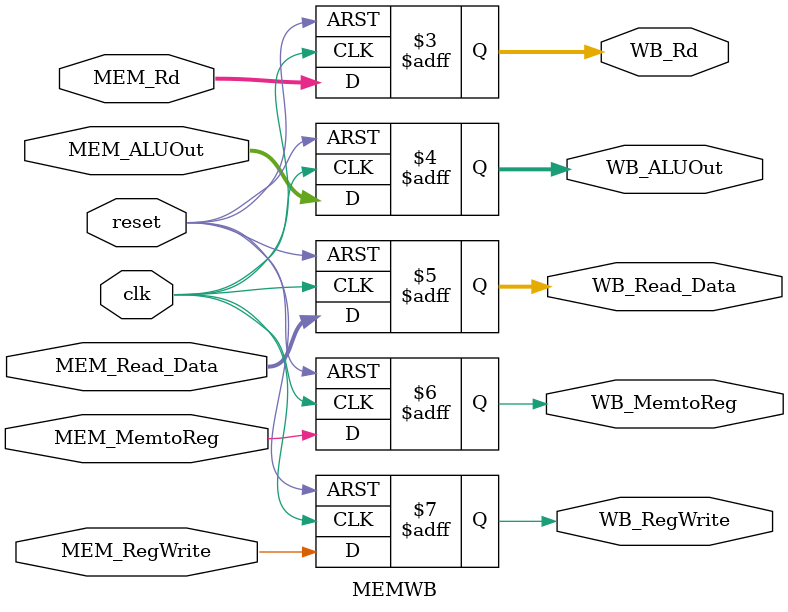
<source format=v>
`timescale 1ns / 1ps


module MEMWB(MEM_Rd,MEM_ALUOut,MEM_Read_Data,MEM_MemtoReg,MEM_RegWrite,
              WB_Rd,WB_ALUOut,WB_Read_Data,WB_MemtoReg,WB_RegWrite,
              clk,reset);

              
input wire [4:0] MEM_Rd;
input wire [31:0] MEM_ALUOut,MEM_Read_Data;
input wire MEM_MemtoReg,MEM_RegWrite;
output reg [4:0] WB_Rd;
output reg [31:0] WB_ALUOut ,WB_Read_Data;
output reg WB_MemtoReg,WB_RegWrite;
input wire clk,reset;

always @(posedge clk, negedge reset)
        begin
        
        if(reset==0)
        begin
        WB_Rd [4:0] <= 0;
        WB_ALUOut [31:0] <= 0;
        WB_Read_Data [31:0] <= 0;
        WB_MemtoReg <= 0;
        WB_RegWrite <= 0;
        end
        
        else
        begin
        WB_Rd [4:0] <= MEM_Rd [4:0];
        WB_ALUOut [31:0] <= MEM_ALUOut [31:0]; 
        WB_Read_Data [31:0] <= MEM_Read_Data [31:0];
        WB_MemtoReg <= MEM_MemtoReg;
        WB_RegWrite <= MEM_RegWrite;
        end
        end
              
endmodule

</source>
